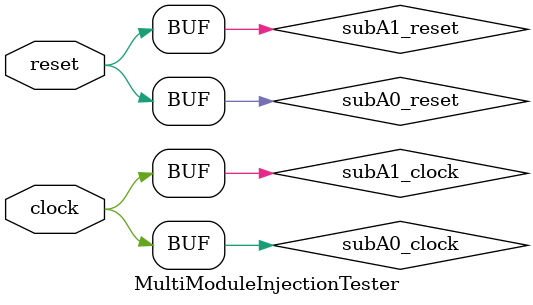
<source format=v>
module SubmoduleA(
  input   clock,
  input   reset
);
  wire  wire_ = reset; // @[InjectionSpec.scala 119:29]
  always @(posedge clock) begin
    `ifndef SYNTHESIS
    `ifdef STOP_COND
      if (`STOP_COND) begin
    `endif
        if (~reset) begin
          $finish; // @[InjectionSpec.scala 121:11]
        end
    `ifdef STOP_COND
      end
    `endif
    `endif // SYNTHESIS
  end
endmodule
module MultiModuleInjectionTester(
  input   clock,
  input   reset
);
  wire  subA0_clock; // @[InjectionSpec.scala 19:23]
  wire  subA0_reset; // @[InjectionSpec.scala 19:23]
  wire  subA1_clock; // @[InjectionSpec.scala 20:23]
  wire  subA1_reset; // @[InjectionSpec.scala 20:23]
  SubmoduleA subA0 ( // @[InjectionSpec.scala 19:23]
    .clock(subA0_clock),
    .reset(subA0_reset)
  );
  SubmoduleA subA1 ( // @[InjectionSpec.scala 20:23]
    .clock(subA1_clock),
    .reset(subA1_reset)
  );
  assign subA0_clock = clock;
  assign subA0_reset = reset;
  assign subA1_clock = clock;
  assign subA1_reset = reset;
endmodule

</source>
